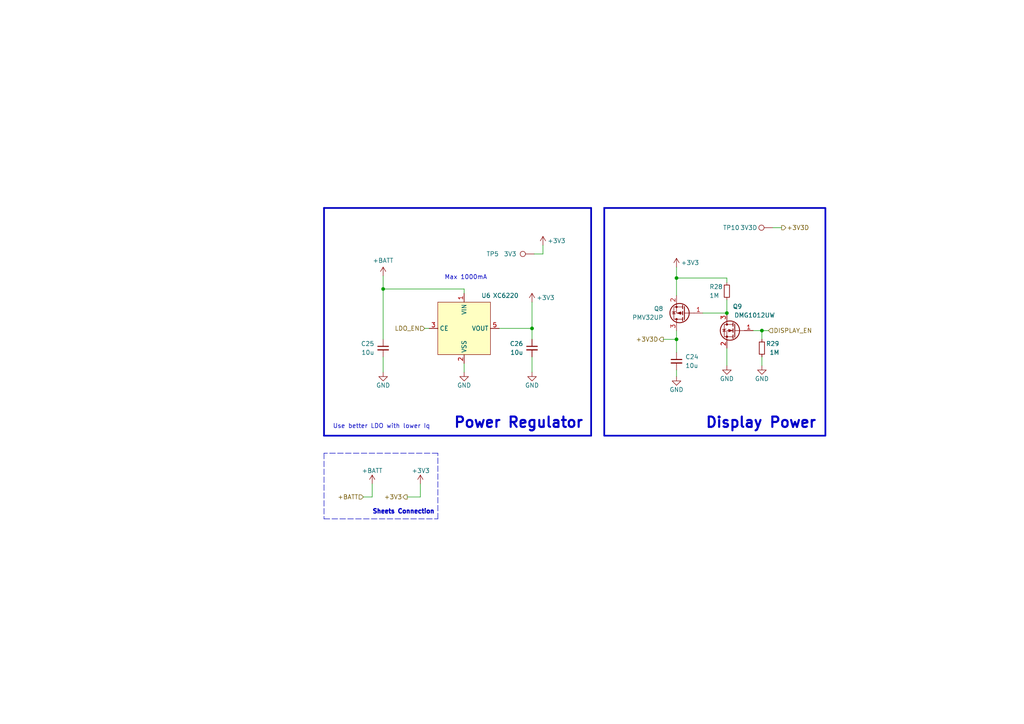
<source format=kicad_sch>
(kicad_sch (version 20231120) (generator "eeschema") (generator_version "8.0")
  (paper "A4")
  (title_block (title "Teapotlabs Atlas") (date "2024-10-25") (rev "1") (company "Teapot Laboratories"))
  (lib_symbols
    (symbol "Connector:TestPoint" (pin_numbers hide) (pin_names (offset 0.762) hide)
      (property "Reference" "TP" (at 0 6.858 0))
      (property "Value" "TestPoint" (at 0 5.08 0))
      (symbol "TestPoint_0_1"
        (circle (center 0 3.302) (radius 0.762))
      )
      (symbol "TestPoint_1_1"
        (pin passive line (at 0 0 90) (length 2.54) (name "1") (number "1"))
      )
    )
    (symbol "Device:C_Small" (pin_numbers hide) (pin_names (offset 0.254) hide)
      (property "Reference" "C" (at 0.254 1.778 0))
      (property "Value" "C_Small" (at 0.254 -2.032 0))
      (symbol "C_Small_0_1"
        (polyline (pts (xy -1.524 -0.508) (xy 1.524 -0.508)) (stroke (width 0.3302)))
        (polyline (pts (xy -1.524 0.508) (xy 1.524 0.508)) (stroke (width 0.3048)))
      )
      (symbol "C_Small_1_1"
        (pin passive line (at 0 2.54 270) (length 2.032) (name "~") (number "1"))
        (pin passive line (at 0 -2.54 90) (length 2.032) (name "~") (number "2"))
      )
    )
    (symbol "Device:Q_NMOS_GSD" (pin_names (offset 0) hide)
      (property "Reference" "Q" (at 5.08 1.27 0))
      (property "Value" "Q_NMOS_GSD" (at 5.08 -1.27 0))
      (symbol "Q_NMOS_GSD_0_1"
        (polyline (pts (xy 0.254 0) (xy -2.54 0)))
        (polyline (pts (xy 0.254 1.905) (xy 0.254 -1.905)) (stroke (width 0.254)))
        (polyline (pts (xy 0.762 -1.27) (xy 0.762 -2.286)) (stroke (width 0.254)))
        (polyline (pts (xy 0.762 0.508) (xy 0.762 -0.508)) (stroke (width 0.254)))
        (polyline (pts (xy 0.762 2.286) (xy 0.762 1.27)) (stroke (width 0.254)))
        (polyline (pts (xy 2.54 2.54) (xy 2.54 1.778)))
        (polyline (pts (xy 2.54 -2.54) (xy 2.54 0) (xy 0.762 0)))
        (polyline (pts (xy 0.762 -1.778) (xy 3.302 -1.778) (xy 3.302 1.778) (xy 0.762 1.778)))
        (polyline (pts (xy 1.016 0) (xy 2.032 0.381) (xy 2.032 -0.381) (xy 1.016 0)) (fill (type outline)))
        (polyline (pts (xy 2.794 0.508) (xy 2.921 0.381) (xy 3.683 0.381) (xy 3.81 0.254)))
        (polyline (pts (xy 3.302 0.381) (xy 2.921 -0.254) (xy 3.683 -0.254) (xy 3.302 0.381)))
        (circle (center 1.651 0) (radius 2.794) (stroke (width 0.254)))
        (circle (center 2.54 -1.778) (radius 0.254) (fill (type outline)))
        (circle (center 2.54 1.778) (radius 0.254) (fill (type outline)))
      )
      (symbol "Q_NMOS_GSD_1_1"
        (pin input line (at -5.08 0 0) (length 2.54) (name "G") (number "1"))
        (pin passive line (at 2.54 -5.08 90) (length 2.54) (name "S") (number "2"))
        (pin passive line (at 2.54 5.08 270) (length 2.54) (name "D") (number "3"))
      )
    )
    (symbol "Device:Q_PMOS_GSD" (pin_names (offset 0) hide)
      (property "Reference" "Q" (at 5.08 1.27 0))
      (property "Value" "Q_PMOS_GSD" (at 5.08 -1.27 0))
      (symbol "Q_PMOS_GSD_0_1"
        (polyline (pts (xy 0.254 0) (xy -2.54 0)))
        (polyline (pts (xy 0.254 1.905) (xy 0.254 -1.905)) (stroke (width 0.254)))
        (polyline (pts (xy 0.762 -1.27) (xy 0.762 -2.286)) (stroke (width 0.254)))
        (polyline (pts (xy 0.762 0.508) (xy 0.762 -0.508)) (stroke (width 0.254)))
        (polyline (pts (xy 0.762 2.286) (xy 0.762 1.27)) (stroke (width 0.254)))
        (polyline (pts (xy 2.54 2.54) (xy 2.54 1.778)))
        (polyline (pts (xy 2.54 -2.54) (xy 2.54 0) (xy 0.762 0)))
        (polyline (pts (xy 0.762 1.778) (xy 3.302 1.778) (xy 3.302 -1.778) (xy 0.762 -1.778)))
        (polyline (pts (xy 2.286 0) (xy 1.27 0.381) (xy 1.27 -0.381) (xy 2.286 0)) (fill (type outline)))
        (polyline (pts (xy 2.794 -0.508) (xy 2.921 -0.381) (xy 3.683 -0.381) (xy 3.81 -0.254)))
        (polyline (pts (xy 3.302 -0.381) (xy 2.921 0.254) (xy 3.683 0.254) (xy 3.302 -0.381)))
        (circle (center 1.651 0) (radius 2.794) (stroke (width 0.254)))
        (circle (center 2.54 -1.778) (radius 0.254) (fill (type outline)))
        (circle (center 2.54 1.778) (radius 0.254) (fill (type outline)))
      )
      (symbol "Q_PMOS_GSD_1_1"
        (pin input line (at -5.08 0 0) (length 2.54) (name "G") (number "1"))
        (pin passive line (at 2.54 -5.08 90) (length 2.54) (name "S") (number "2"))
        (pin passive line (at 2.54 5.08 270) (length 2.54) (name "D") (number "3"))
      )
    )
    (symbol "Device:R_Small" (pin_numbers hide) (pin_names (offset 0.254) hide)
      (property "Reference" "R" (at 0.762 0.508 0))
      (property "Value" "R_Small" (at 0.762 -1.016 0))
      (symbol "R_Small_0_1"
        (rectangle (start -0.762 1.778) (end 0.762 -1.778) (stroke (width 0.2032)))
      )
      (symbol "R_Small_1_1"
        (pin passive line (at 0 2.54 270) (length 0.762) (name "~") (number "1"))
        (pin passive line (at 0 -2.54 90) (length 0.762) (name "~") (number "2"))
      )
    )
    (symbol "Teapot:XC6220"
      (property "Reference" "U" (at 7.62 1.27 0))
      (property "Value" "XC6220" (at -8.89 1.27 0))
      (symbol "XC6220_0_1"
        (rectangle (start -7.62 0) (end 7.62 -15.24) (fill (type background)))
      )
      (symbol "XC6220_1_1"
        (pin power_in line (at 0 2.54 270) (length 2.54) (name "VIN") (number "1"))
        (pin power_in line (at 0 -17.78 90) (length 2.54) (name "VSS") (number "2"))
        (pin input line (at -10.16 -7.62 0) (length 2.54) (name "CE") (number "3"))
        (pin power_out line (at 10.16 -7.62 180) (length 2.54) (name "VOUT") (number "5"))
      )
    )
    (symbol "power:+3V3" (power) (pin_names (offset 0))
      (property "Value" "+3V3" (at 0 3.556 0))
      (symbol "+3V3_0_1"
        (polyline (pts (xy -0.762 1.27) (xy 0 2.54)))
        (polyline (pts (xy 0 0) (xy 0 2.54)))
        (polyline (pts (xy 0 2.54) (xy 0.762 1.27)))
      )
      (symbol "+3V3_1_1"
        (pin power_in line (at 0 0 90) (length 0) hide (name "+3V3") (number "1"))
      )
    )
    (symbol "power:+BATT" (power) (pin_names (offset 0))
      (property "Value" "+BATT" (at 0 3.556 0))
      (symbol "+BATT_0_1"
        (polyline (pts (xy -0.762 1.27) (xy 0 2.54)))
        (polyline (pts (xy 0 0) (xy 0 2.54)))
        (polyline (pts (xy 0 2.54) (xy 0.762 1.27)))
      )
      (symbol "+BATT_1_1"
        (pin power_in line (at 0 0 90) (length 0) hide (name "+BATT") (number "1"))
      )
    )
    (symbol "power:GND" (power) (pin_names (offset 0))
      (property "Value" "GND" (at 0 -3.81 0))
      (symbol "GND_0_1"
        (polyline (pts (xy 0 0) (xy 0 -1.27) (xy 1.27 -1.27) (xy 0 -2.54) (xy -1.27 -1.27) (xy 0 -1.27)))
      )
      (symbol "GND_1_1"
        (pin power_in line (at 0 0 270) (length 0) hide (name "GND") (number "1"))
      )
    )
  )
  (junction (at 220.98 95.885))
  (junction (at 111.125 83.82))
  (junction (at 196.215 80.645))
  (junction (at 196.215 98.425))
  (junction (at 154.305 95.25))
  (junction (at 210.82 90.805))
  (wire (pts (xy 154.305 95.25) (xy 154.305 98.425)))
  (wire (pts (xy 210.82 100.965) (xy 210.82 106.045)))
  (wire (pts (xy 111.125 83.82) (xy 134.62 83.82)))
  (wire (pts (xy 121.92 140.335) (xy 121.92 144.145)))
  (wire (pts (xy 121.92 144.145) (xy 118.11 144.145)))
  (wire (pts (xy 111.125 83.82) (xy 111.125 98.425)))
  (wire (pts (xy 154.305 103.505) (xy 154.305 107.95)))
  (polyline (pts (xy 93.98 60.325) (xy 93.98 126.365)) (stroke (width 0.5)))
  (wire (pts (xy 196.215 77.47) (xy 196.215 80.645)))
  (wire (pts (xy 157.48 73.66) (xy 157.48 71.12)))
  (wire (pts (xy 224.155 66.04) (xy 226.695 66.04)))
  (wire (pts (xy 196.215 95.885) (xy 196.215 98.425)))
  (wire (pts (xy 210.82 86.995) (xy 210.82 90.805)))
  (wire (pts (xy 220.98 95.885) (xy 220.98 98.425)))
  (wire (pts (xy 218.44 95.885) (xy 220.98 95.885)))
  (wire (pts (xy 196.215 98.425) (xy 196.215 102.235)))
  (wire (pts (xy 203.835 90.805) (xy 210.82 90.805)))
  (wire (pts (xy 220.98 95.885) (xy 222.885 95.885)))
  (wire (pts (xy 134.62 105.41) (xy 134.62 107.95)))
  (wire (pts (xy 144.78 95.25) (xy 154.305 95.25)))
  (wire (pts (xy 111.125 80.01) (xy 111.125 83.82)))
  (wire (pts (xy 210.82 80.645) (xy 196.215 80.645)))
  (wire (pts (xy 154.305 87.63) (xy 154.305 95.25)))
  (wire (pts (xy 107.95 140.335) (xy 107.95 144.145)))
  (polyline (pts (xy 93.98 60.325) (xy 171.45 60.325)) (stroke (width 0.5)))
  (wire (pts (xy 210.82 81.915) (xy 210.82 80.645)))
  (polyline (pts (xy 127 150.495) (xy 127 131.445)) (stroke (width 0) (type dash)))
  (wire (pts (xy 154.94 73.66) (xy 157.48 73.66)))
  (wire (pts (xy 220.98 103.505) (xy 220.98 106.045)))
  (polyline (pts (xy 171.45 126.365) (xy 93.98 126.365)) (stroke (width 0.5)))
  (wire (pts (xy 107.95 144.145) (xy 105.41 144.145)))
  (polyline (pts (xy 127 131.445) (xy 93.98 131.445)) (stroke (width 0) (type dash)))
  (wire (pts (xy 123.19 95.25) (xy 124.46 95.25)))
  (wire (pts (xy 196.215 98.425) (xy 192.405 98.425)))
  (wire (pts (xy 134.62 83.82) (xy 134.62 85.09)))
  (polyline (pts (xy 93.98 150.495) (xy 127 150.495)) (stroke (width 0) (type dash)))
  (wire (pts (xy 196.215 107.315) (xy 196.215 109.22)))
  (polyline (pts (xy 93.98 131.445) (xy 93.98 150.495)) (stroke (width 0) (type dash)))
  (polyline (pts (xy 171.45 60.325) (xy 171.45 126.365)) (stroke (width 0.5)))
  (wire (pts (xy 111.125 103.505) (xy 111.125 107.95)))
  (wire (pts (xy 196.215 80.645) (xy 196.215 85.725)))
  (rectangle (start 175.26 60.325) (end 239.395 126.365) (stroke (width 0.5)))
  (text "Use better LDO with lower Iq" (at 96.52 124.46 0) (effects (font (size 1.27 1.27)) (justify left bottom)))
  (text "Max 1000mA" (at 128.905 81.28 0) (effects (font (size 1.27 1.27)) (justify left bottom)))
  (text "Display Power" (at 204.47 124.46 0) (effects (font (size 3 3) (thickness 0.6) (bold yes)) (justify left bottom)))
  (text "Sheets Connection" (at 107.95 149.225 0) (effects (font (size 1.27 1.27) (thickness 0.6) (bold yes)) (justify left bottom)))
  (text "Power Regulator" (at 131.445 124.46 0) (effects (font (size 3 3) (thickness 0.6) (bold yes)) (justify left bottom)))
  (hierarchical_label "+3V3D" (shape output) (at 192.405 98.425 180))
  (hierarchical_label "DISPLAY_EN" (shape input) (at 222.885 95.885 0))
  (hierarchical_label "+3V3" (shape output) (at 118.11 144.145 180))
  (hierarchical_label "+3V3D" (shape output) (at 226.695 66.04 0))
  (hierarchical_label "LDO_EN" (shape input) (at 123.19 95.25 180))
  (hierarchical_label "+BATT" (shape input) (at 105.41 144.145 180))
  (symbol (lib_id "Connector:TestPoint") (at 224.155 66.04 90) (unit 1)
    (property "Reference" "TP10" (at 212.09 66.04 90))
    (property "Value" "3V3D" (at 217.17 66.04 90))
    (property "Footprint" "TestPoint:TestPoint_Pad_D1.0mm" (effects (hide yes)))
    (instances (project "atlas" (path "" (reference "TP10") (unit 1))) (project "bwlr1e" (path "" (reference "TP8") (unit 1))))
  )
  (symbol (lib_id "Device:C_Small") (at 196.215 104.775 0) (unit 1)
    (property "Reference" "C24" (at 198.755 103.5112 0) (effects (justify left)))
    (property "Value" "10u" (at 198.755 106.0512 0) (effects (justify left)))
    (property "Footprint" "Capacitor_SMD:C_0603_1608Metric" (effects (hide yes)))
    (property "Datasheet" "https://datasheet.lcsc.com/lcsc/2304140030_Samsung-Electro-Mechanics-CL10A106KP8NNNC_C19702.pdf" (effects (hide yes)))
    (property "Part Description" "Ceramic Capacitor 10V 10uF X5R ±10% 0603" (effects (hide yes)))
    (property "Manufacturer" "Samsung Electro-Mechanics" (effects (hide yes)))
    (property "Manufacturer Part Number" "CL10A106KP8NNNC" (effects (hide yes)))
    (property "Distributor" "LCSC" (effects (hide yes)))
    (property "Distributor Part Number" "C19702" (effects (hide yes)))
    (property "Distributor Link" "https://www.lcsc.com/product-detail/Multilayer-Ceramic-Capacitors-MLCC-SMD-SMT_Samsung-Electro-Mechanics-CL10A106KP8NNNC_C19702.html" (effects (hide yes)))
    (instances (project "atlas" (path "" (reference "C24") (unit 1))) (project "bwlr1e-prog" (path "" (reference "C3") (unit 1))) (project "feather_rak3172" (path "" (reference "C6") (unit 1))))
  )
  (symbol (lib_id "power:GND") (at 111.125 107.95 0) (unit 1)
    (property "Reference" "#PWR069" (effects (hide yes)))
    (property "Value" "GND" (at 111.125 111.76 0))
    (instances (project "atlas" (path "" (reference "#PWR069") (unit 1))) (project "bwlr1e" (path "" (reference "#PWR0117") (unit 1))))
  )
  (symbol (lib_id "power:+BATT") (at 107.95 140.335 0) (unit 1)
    (property "Reference" "#PWR060" (effects (hide yes)))
    (property "Value" "+BATT" (at 107.95 136.525 0))
    (instances (project "atlas" (path "" (reference "#PWR060") (unit 1))) (project "bwlr1e-prog" (path "" (reference "#PWR018") (unit 1))) (project "feather_rak3172" (path "" (reference "#PWR0131") (unit 1))))
  )
  (symbol (lib_id "Device:R_Small") (at 210.82 84.455 0) (unit 1)
    (property "Reference" "R28" (at 205.74 83.185 0) (effects (justify left)))
    (property "Value" "1M" (at 205.74 85.725 0) (effects (justify left)))
    (property "Footprint" "Resistor_SMD:R_0402_1005Metric" (effects (hide yes)))
    (property "Datasheet" "https://datasheet.lcsc.com/lcsc/2206010030_UNI-ROYAL-Uniroyal-Elec-0402WGF1004TCE_C26083.pdf" (effects (hide yes)))
    (property "Part Description" "Resistor 62.5mW ±1% 1MΩ" (effects (hide yes)))
    (property "Manufacturer" "UNI-ROYAL(Uniroyal Elec)" (effects (hide yes)))
    (property "Manufacturer Part Number" "0402WGF1004TCE" (effects (hide yes)))
    (property "Distributor" "LCSC" (effects (hide yes)))
    (property "Distributor Part Number" "C26083" (effects (hide yes)))
    (property "Distributor Link" "https://www.lcsc.com/product-detail/Chip-Resistor-Surface-Mount_UNI-ROYAL-Uniroyal-Elec-0402WGF1004TCE_C26083.html" (effects (hide yes)))
    (instances (project "atlas" (path "" (reference "R28") (unit 1))) (project "bwlr1e" (path "" (reference "R8") (unit 1))))
  )
  (symbol (lib_id "power:+3V3") (at 157.48 71.12 0) (mirror y) (unit 1)
    (property "Reference" "#PWR073" (effects (hide yes)))
    (property "Value" "+3V3" (at 158.75 69.85 0) (effects (justify right)))
    (instances (project "atlas" (path "" (reference "#PWR073") (unit 1))) (project "bwlr1e" (path "" (reference "#PWR0134") (unit 1))))
  )
  (symbol (lib_id "Device:Q_PMOS_GSD") (at 198.755 90.805 180) (unit 1)
    (property "Reference" "Q8" (at 192.405 89.5349 0) (effects (justify left)))
    (property "Value" "PMV32UP" (at 192.405 92.0749 0) (effects (justify left)))
    (property "Footprint" "Package_TO_SOT_SMD:SOT-23" (effects (hide yes)))
    (property "Datasheet" "https://datasheet.lcsc.com/lcsc/2201211500_TECH-PUBLIC-PMV32UP_C2959851.pdf" (effects (hide yes)))
    (property "Part Description" "MOSFET P Channel 20V 4A 52mΩ@4.5V" (effects (hide yes)))
    (property "Manufacturer" "TECH PUBLIC" (effects (hide yes)))
    (property "Manufacturer Part Number" "PMV32UP" (effects (hide yes)))
    (property "Distributor" "LCSC" (effects (hide yes)))
    (property "Distributor Part Number" "C2959851" (effects (hide yes)))
    (property "Distributor Link" "https://www.lcsc.com/product-detail/MOSFETs_TECH-PUBLIC-PMV32UP_C2959851.html" (effects (hide yes)))
    (instances (project "atlas" (path "" (reference "Q8") (unit 1))) (project "bwlr3d" (path "" (reference "Q3") (unit 1))))
  )
  (symbol (lib_id "power:GND") (at 196.215 109.22 0) (mirror y) (unit 1)
    (property "Reference" "#PWR03" (effects (hide yes)))
    (property "Value" "GND" (at 196.215 113.03 0))
    (instances (project "atlas" (path "" (reference "#PWR03") (unit 1))) (project "bwlr1e" (path "" (reference "#PWR0133") (unit 1))))
  )
  (symbol (lib_id "power:GND") (at 154.305 107.95 0) (unit 1)
    (property "Reference" "#PWR072" (effects (hide yes)))
    (property "Value" "GND" (at 154.305 111.76 0))
    (instances (project "atlas" (path "" (reference "#PWR072") (unit 1))) (project "bwlr1e" (path "" (reference "#PWR0133") (unit 1))))
  )
  (symbol (lib_id "Device:C_Small") (at 111.125 100.965 0) (mirror y) (unit 1)
    (property "Reference" "C25" (at 108.585 99.7012 0) (effects (justify left)))
    (property "Value" "10u" (at 108.585 102.2412 0) (effects (justify left)))
    (property "Footprint" "Capacitor_SMD:C_0603_1608Metric" (effects (hide yes)))
    (property "Datasheet" "https://datasheet.lcsc.com/lcsc/2304140030_Samsung-Electro-Mechanics-CL10A106KP8NNNC_C19702.pdf" (effects (hide yes)))
    (property "Part Description" "Ceramic Capacitor 10V 10uF X5R ±10% 0603" (effects (hide yes)))
    (property "Manufacturer" "Samsung Electro-Mechanics" (effects (hide yes)))
    (property "Manufacturer Part Number" "CL10A106KP8NNNC" (effects (hide yes)))
    (property "Distributor" "LCSC" (effects (hide yes)))
    (property "Distributor Part Number" "C19702" (effects (hide yes)))
    (property "Distributor Link" "https://www.lcsc.com/product-detail/Multilayer-Ceramic-Capacitors-MLCC-SMD-SMT_Samsung-Electro-Mechanics-CL10A106KP8NNNC_C19702.html" (effects (hide yes)))
    (instances (project "atlas" (path "" (reference "C25") (unit 1))) (project "bwlr1e-prog" (path "" (reference "C3") (unit 1))) (project "feather_rak3172" (path "" (reference "C6") (unit 1))))
  )
  (symbol (lib_id "Connector:TestPoint") (at 154.94 73.66 90) (unit 1)
    (property "Reference" "TP5" (at 142.875 73.66 90))
    (property "Value" "3V3" (at 147.955 73.66 90))
    (property "Footprint" "TestPoint:TestPoint_Pad_D1.0mm" (effects (hide yes)))
    (instances (project "atlas" (path "" (reference "TP5") (unit 1))) (project "bwlr1e" (path "" (reference "TP8") (unit 1))))
  )
  (symbol (lib_id "power:GND") (at 220.98 106.045 0) (mirror y) (unit 1)
    (property "Reference" "#PWR067" (effects (hide yes)))
    (property "Value" "GND" (at 220.98 109.855 0))
    (instances (project "atlas" (path "" (reference "#PWR067") (unit 1))) (project "bwlr3d" (path "" (reference "#PWR0138") (unit 1))))
  )
  (symbol (lib_id "power:GND") (at 134.62 107.95 0) (unit 1)
    (property "Reference" "#PWR070" (effects (hide yes)))
    (property "Value" "GND" (at 134.62 111.76 0))
    (instances (project "atlas" (path "" (reference "#PWR070") (unit 1))) (project "bwlr1e" (path "" (reference "#PWR0132") (unit 1))))
  )
  (symbol (lib_id "power:+BATT") (at 111.125 80.01 0) (unit 1)
    (property "Reference" "#PWR068" (effects (hide yes)))
    (property "Value" "+BATT" (at 111.125 75.565 0))
    (instances (project "atlas" (path "" (reference "#PWR068") (unit 1))) (project "bwlr1e-prog" (path "" (reference "#PWR018") (unit 1))) (project "feather_rak3172" (path "" (reference "#PWR0131") (unit 1))))
  )
  (symbol (lib_id "Device:Q_NMOS_GSD") (at 213.36 95.885 0) (mirror y) (unit 1)
    (property "Reference" "Q9" (at 215.265 88.9 0) (effects (justify left)))
    (property "Value" "DMG1012UW" (at 224.79 91.44 0) (effects (justify left)))
    (property "Footprint" "Package_TO_SOT_SMD:SOT-323_SC-70" (effects (hide yes)))
    (property "Datasheet" "https://datasheet.lcsc.com/lcsc/1806090918_Diodes-Incorporated-DMG1012UW-7_C156390.pdf" (effects (hide yes)))
    (property "Part Description" "MOSFET N Channel 20V 1A 450mΩ@4.5V 600mA 290mW " (effects (hide yes)))
    (property "Manufacturer" "Diodes Incorporated" (effects (hide yes)))
    (property "Manufacturer Part Number" "DMG1012UW-7" (effects (hide yes)))
    (property "Distributor" "LCSC" (effects (hide yes)))
    (property "Distributor Part Number" "C156390" (effects (hide yes)))
    (property "Distributor Link" "https://www.lcsc.com/product-detail/MOSFETs_Diodes-Incorporated-DMG1012UW-7_C156390.html" (effects (hide yes)))
    (instances (project "atlas" (path "" (reference "Q9") (unit 1))) (project "bwlr3d" (path "" (reference "Q4") (unit 1))))
  )
  (symbol (lib_id "Device:R_Small") (at 220.98 100.965 0) (mirror y) (unit 1)
    (property "Reference" "R29" (at 226.06 99.695 0) (effects (justify left)))
    (property "Value" "1M" (at 226.06 102.235 0) (effects (justify left)))
    (property "Footprint" "Resistor_SMD:R_0402_1005Metric" (effects (hide yes)))
    (property "Datasheet" "https://datasheet.lcsc.com/lcsc/2206010030_UNI-ROYAL-Uniroyal-Elec-0402WGF1004TCE_C26083.pdf" (effects (hide yes)))
    (property "Part Description" "Resistor 62.5mW ±1% 1MΩ" (effects (hide yes)))
    (property "Manufacturer" "UNI-ROYAL(Uniroyal Elec)" (effects (hide yes)))
    (property "Manufacturer Part Number" "0402WGF1004TCE" (effects (hide yes)))
    (property "Distributor" "LCSC" (effects (hide yes)))
    (property "Distributor Part Number" "C26083" (effects (hide yes)))
    (property "Distributor Link" "https://www.lcsc.com/product-detail/Chip-Resistor-Surface-Mount_UNI-ROYAL-Uniroyal-Elec-0402WGF1004TCE_C26083.html" (effects (hide yes)))
    (instances (project "atlas" (path "" (reference "R29") (unit 1))) (project "bwlr1e" (path "" (reference "R8") (unit 1))))
  )
  (symbol (lib_id "power:+3V3") (at 121.92 140.335 0) (mirror y) (unit 1)
    (property "Reference" "#PWR063" (effects (hide yes)))
    (property "Value" "+3V3" (at 119.38 136.525 0) (effects (justify right)))
    (instances (project "atlas" (path "" (reference "#PWR063") (unit 1))) (project "bwlr1e" (path "" (reference "#PWR0134") (unit 1))))
  )
  (symbol (lib_id "power:+3V3") (at 154.305 87.63 0) (mirror y) (unit 1)
    (property "Reference" "#PWR071" (effects (hide yes)))
    (property "Value" "+3V3" (at 155.575 86.36 0) (effects (justify right)))
    (instances (project "atlas" (path "" (reference "#PWR071") (unit 1))) (project "bwlr1e" (path "" (reference "#PWR0115") (unit 1))))
  )
  (symbol (lib_id "power:GND") (at 210.82 106.045 0) (mirror y) (unit 1)
    (property "Reference" "#PWR066" (effects (hide yes)))
    (property "Value" "GND" (at 210.82 109.855 0))
    (instances (project "atlas" (path "" (reference "#PWR066") (unit 1))) (project "bwlr3d" (path "" (reference "#PWR0139") (unit 1))))
  )
  (symbol (lib_id "power:+3V3") (at 196.215 77.47 0) (mirror y) (unit 1)
    (property "Reference" "#PWR064" (effects (hide yes)))
    (property "Value" "+3V3" (at 197.485 76.2 0) (effects (justify right)))
    (instances (project "atlas" (path "" (reference "#PWR064") (unit 1))) (project "bwlr1e" (path "" (reference "#PWR0134") (unit 1))))
  )
  (symbol (lib_id "Teapot:XC6220") (at 134.62 87.63 0) (unit 1)
    (property "Reference" "U6" (at 140.97 85.725 0))
    (property "Value" "XC6220" (at 146.685 85.725 0))
    (property "Footprint" "Package_TO_SOT_SMD:SOT-23-5" (effects (hide yes)))
    (property "Datasheet" "https://www.mouser.com/datasheet/2/760/TOSL_S_A0009829727_1-2575077.pdf" (effects (hide yes)))
    (property "Part Description" "LDO Voltage Regulators 1A" (effects (hide yes)))
    (property "Manufacturer" "Torex Semiconductor" (effects (hide yes)))
    (property "Manufacturer Part Number" "XC6220B331MR-G" (effects (hide yes)))
    (property "Distributor" "LCSC" (effects (hide yes)))
    (property "Distributor Part Number" "C86534" (effects (hide yes)))
    (property "Distributor Link" "https://www.lcsc.com/product-detail/Linear-Voltage-Regulators-LDO_Torex-Semicon-XC6220B331MR-G_C86534.html" (effects (hide yes)))
    (instances (project "atlas" (path "" (reference "U6") (unit 1))) (project "bwlr1e" (path "" (reference "U4") (unit 1))))
  )
  (symbol (lib_id "Device:C_Small") (at 154.305 100.965 0) (mirror y) (unit 1)
    (property "Reference" "C26" (at 151.765 99.7012 0) (effects (justify left)))
    (property "Value" "10u" (at 151.765 102.2412 0) (effects (justify left)))
    (property "Footprint" "Capacitor_SMD:C_0603_1608Metric" (effects (hide yes)))
    (property "Datasheet" "https://datasheet.lcsc.com/lcsc/2304140030_Samsung-Electro-Mechanics-CL10A106KP8NNNC_C19702.pdf" (effects (hide yes)))
    (property "Part Description" "Ceramic Capacitor 10V 10uF X5R ±10% 0603" (effects (hide yes)))
    (property "Manufacturer" "Samsung Electro-Mechanics" (effects (hide yes)))
    (property "Manufacturer Part Number" "CL10A106KP8NNNC" (effects (hide yes)))
    (property "Distributor" "LCSC" (effects (hide yes)))
    (property "Distributor Part Number" "C19702" (effects (hide yes)))
    (property "Distributor Link" "https://www.lcsc.com/product-detail/Multilayer-Ceramic-Capacitors-MLCC-SMD-SMT_Samsung-Electro-Mechanics-CL10A106KP8NNNC_C19702.html" (effects (hide yes)))
    (instances (project "atlas" (path "" (reference "C26") (unit 1))) (project "bwlr1e-prog" (path "" (reference "C3") (unit 1))) (project "feather_rak3172" (path "" (reference "C6") (unit 1))))
  )
)
</source>
